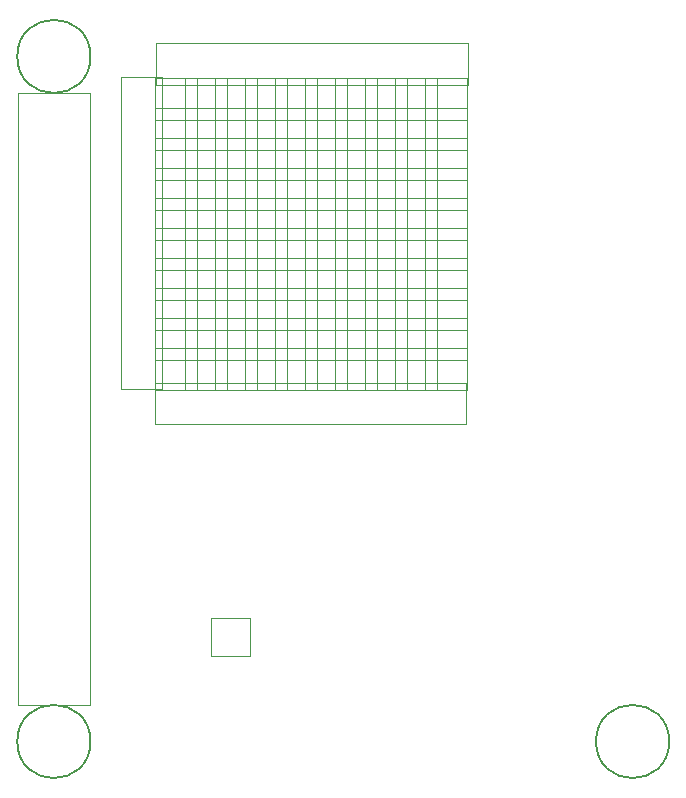
<source format=gbr>
G04 #@! TF.FileFunction,Other,User*
%FSLAX46Y46*%
G04 Gerber Fmt 4.6, Leading zero omitted, Abs format (unit mm)*
G04 Created by KiCad (PCBNEW 4.0.2-1.fc23-product) date Mon 23 May 2016 18:37:12 BST*
%MOMM*%
G01*
G04 APERTURE LIST*
%ADD10C,0.100000*%
%ADD11C,0.050000*%
%ADD12C,0.150000*%
G04 APERTURE END LIST*
D10*
D11*
X103010000Y-100810000D02*
X103010000Y-104310000D01*
X106510000Y-100810000D02*
X106510000Y-104310000D01*
X103010000Y-100810000D02*
X106510000Y-100810000D01*
X103010000Y-104310000D02*
X106510000Y-104310000D01*
X100470000Y-100810000D02*
X100470000Y-104310000D01*
X103970000Y-100810000D02*
X103970000Y-104310000D01*
X100470000Y-100810000D02*
X103970000Y-100810000D01*
X100470000Y-104310000D02*
X103970000Y-104310000D01*
X97930000Y-100810000D02*
X97930000Y-104310000D01*
X101430000Y-100810000D02*
X101430000Y-104310000D01*
X97930000Y-100810000D02*
X101430000Y-100810000D01*
X97930000Y-104310000D02*
X101430000Y-104310000D01*
X95390000Y-100810000D02*
X95390000Y-104310000D01*
X98890000Y-100810000D02*
X98890000Y-104310000D01*
X95390000Y-100810000D02*
X98890000Y-100810000D01*
X95390000Y-104310000D02*
X98890000Y-104310000D01*
X92850000Y-100810000D02*
X92850000Y-104310000D01*
X96350000Y-100810000D02*
X96350000Y-104310000D01*
X92850000Y-100810000D02*
X96350000Y-100810000D01*
X92850000Y-104310000D02*
X96350000Y-104310000D01*
X90310000Y-100810000D02*
X90310000Y-104310000D01*
X93810000Y-100810000D02*
X93810000Y-104310000D01*
X90310000Y-100810000D02*
X93810000Y-100810000D01*
X90310000Y-104310000D02*
X93810000Y-104310000D01*
X87770000Y-100810000D02*
X87770000Y-104310000D01*
X91270000Y-100810000D02*
X91270000Y-104310000D01*
X87770000Y-100810000D02*
X91270000Y-100810000D01*
X87770000Y-104310000D02*
X91270000Y-104310000D01*
X85230000Y-100810000D02*
X85230000Y-104310000D01*
X88730000Y-100810000D02*
X88730000Y-104310000D01*
X85230000Y-100810000D02*
X88730000Y-100810000D01*
X85230000Y-104310000D02*
X88730000Y-104310000D01*
X82690000Y-100810000D02*
X82690000Y-104310000D01*
X86190000Y-100810000D02*
X86190000Y-104310000D01*
X82690000Y-100810000D02*
X86190000Y-100810000D01*
X82690000Y-104310000D02*
X86190000Y-104310000D01*
X80150000Y-100810000D02*
X80150000Y-104310000D01*
X83650000Y-100810000D02*
X83650000Y-104310000D01*
X80150000Y-100810000D02*
X83650000Y-100810000D01*
X80150000Y-104310000D02*
X83650000Y-104310000D01*
X103010000Y-98270000D02*
X103010000Y-101770000D01*
X106510000Y-98270000D02*
X106510000Y-101770000D01*
X103010000Y-98270000D02*
X106510000Y-98270000D01*
X103010000Y-101770000D02*
X106510000Y-101770000D01*
X100470000Y-98270000D02*
X100470000Y-101770000D01*
X103970000Y-98270000D02*
X103970000Y-101770000D01*
X100470000Y-98270000D02*
X103970000Y-98270000D01*
X100470000Y-101770000D02*
X103970000Y-101770000D01*
X97930000Y-98270000D02*
X97930000Y-101770000D01*
X101430000Y-98270000D02*
X101430000Y-101770000D01*
X97930000Y-98270000D02*
X101430000Y-98270000D01*
X97930000Y-101770000D02*
X101430000Y-101770000D01*
X95390000Y-98270000D02*
X95390000Y-101770000D01*
X98890000Y-98270000D02*
X98890000Y-101770000D01*
X95390000Y-98270000D02*
X98890000Y-98270000D01*
X95390000Y-101770000D02*
X98890000Y-101770000D01*
X92850000Y-98270000D02*
X92850000Y-101770000D01*
X96350000Y-98270000D02*
X96350000Y-101770000D01*
X92850000Y-98270000D02*
X96350000Y-98270000D01*
X92850000Y-101770000D02*
X96350000Y-101770000D01*
X90310000Y-98270000D02*
X90310000Y-101770000D01*
X93810000Y-98270000D02*
X93810000Y-101770000D01*
X90310000Y-98270000D02*
X93810000Y-98270000D01*
X90310000Y-101770000D02*
X93810000Y-101770000D01*
X87770000Y-98270000D02*
X87770000Y-101770000D01*
X91270000Y-98270000D02*
X91270000Y-101770000D01*
X87770000Y-98270000D02*
X91270000Y-98270000D01*
X87770000Y-101770000D02*
X91270000Y-101770000D01*
X85230000Y-98270000D02*
X85230000Y-101770000D01*
X88730000Y-98270000D02*
X88730000Y-101770000D01*
X85230000Y-98270000D02*
X88730000Y-98270000D01*
X85230000Y-101770000D02*
X88730000Y-101770000D01*
X82690000Y-98270000D02*
X82690000Y-101770000D01*
X86190000Y-98270000D02*
X86190000Y-101770000D01*
X82690000Y-98270000D02*
X86190000Y-98270000D01*
X82690000Y-101770000D02*
X86190000Y-101770000D01*
X80150000Y-98270000D02*
X80150000Y-101770000D01*
X83650000Y-98270000D02*
X83650000Y-101770000D01*
X80150000Y-98270000D02*
X83650000Y-98270000D01*
X80150000Y-101770000D02*
X83650000Y-101770000D01*
X103010000Y-95730000D02*
X103010000Y-99230000D01*
X106510000Y-95730000D02*
X106510000Y-99230000D01*
X103010000Y-95730000D02*
X106510000Y-95730000D01*
X103010000Y-99230000D02*
X106510000Y-99230000D01*
X100470000Y-95730000D02*
X100470000Y-99230000D01*
X103970000Y-95730000D02*
X103970000Y-99230000D01*
X100470000Y-95730000D02*
X103970000Y-95730000D01*
X100470000Y-99230000D02*
X103970000Y-99230000D01*
X97930000Y-95730000D02*
X97930000Y-99230000D01*
X101430000Y-95730000D02*
X101430000Y-99230000D01*
X97930000Y-95730000D02*
X101430000Y-95730000D01*
X97930000Y-99230000D02*
X101430000Y-99230000D01*
X95390000Y-95730000D02*
X95390000Y-99230000D01*
X98890000Y-95730000D02*
X98890000Y-99230000D01*
X95390000Y-95730000D02*
X98890000Y-95730000D01*
X95390000Y-99230000D02*
X98890000Y-99230000D01*
X92850000Y-95730000D02*
X92850000Y-99230000D01*
X96350000Y-95730000D02*
X96350000Y-99230000D01*
X92850000Y-95730000D02*
X96350000Y-95730000D01*
X92850000Y-99230000D02*
X96350000Y-99230000D01*
X90310000Y-95730000D02*
X90310000Y-99230000D01*
X93810000Y-95730000D02*
X93810000Y-99230000D01*
X90310000Y-95730000D02*
X93810000Y-95730000D01*
X90310000Y-99230000D02*
X93810000Y-99230000D01*
X87770000Y-95730000D02*
X87770000Y-99230000D01*
X91270000Y-95730000D02*
X91270000Y-99230000D01*
X87770000Y-95730000D02*
X91270000Y-95730000D01*
X87770000Y-99230000D02*
X91270000Y-99230000D01*
X85230000Y-95730000D02*
X85230000Y-99230000D01*
X88730000Y-95730000D02*
X88730000Y-99230000D01*
X85230000Y-95730000D02*
X88730000Y-95730000D01*
X85230000Y-99230000D02*
X88730000Y-99230000D01*
X82690000Y-95730000D02*
X82690000Y-99230000D01*
X86190000Y-95730000D02*
X86190000Y-99230000D01*
X82690000Y-95730000D02*
X86190000Y-95730000D01*
X82690000Y-99230000D02*
X86190000Y-99230000D01*
X80150000Y-95730000D02*
X80150000Y-99230000D01*
X83650000Y-95730000D02*
X83650000Y-99230000D01*
X80150000Y-95730000D02*
X83650000Y-95730000D01*
X80150000Y-99230000D02*
X83650000Y-99230000D01*
X103010000Y-93190000D02*
X103010000Y-96690000D01*
X106510000Y-93190000D02*
X106510000Y-96690000D01*
X103010000Y-93190000D02*
X106510000Y-93190000D01*
X103010000Y-96690000D02*
X106510000Y-96690000D01*
X100470000Y-93190000D02*
X100470000Y-96690000D01*
X103970000Y-93190000D02*
X103970000Y-96690000D01*
X100470000Y-93190000D02*
X103970000Y-93190000D01*
X100470000Y-96690000D02*
X103970000Y-96690000D01*
X97930000Y-93190000D02*
X97930000Y-96690000D01*
X101430000Y-93190000D02*
X101430000Y-96690000D01*
X97930000Y-93190000D02*
X101430000Y-93190000D01*
X97930000Y-96690000D02*
X101430000Y-96690000D01*
X95390000Y-93190000D02*
X95390000Y-96690000D01*
X98890000Y-93190000D02*
X98890000Y-96690000D01*
X95390000Y-93190000D02*
X98890000Y-93190000D01*
X95390000Y-96690000D02*
X98890000Y-96690000D01*
X92850000Y-93190000D02*
X92850000Y-96690000D01*
X96350000Y-93190000D02*
X96350000Y-96690000D01*
X92850000Y-93190000D02*
X96350000Y-93190000D01*
X92850000Y-96690000D02*
X96350000Y-96690000D01*
X90310000Y-93190000D02*
X90310000Y-96690000D01*
X93810000Y-93190000D02*
X93810000Y-96690000D01*
X90310000Y-93190000D02*
X93810000Y-93190000D01*
X90310000Y-96690000D02*
X93810000Y-96690000D01*
X87770000Y-93190000D02*
X87770000Y-96690000D01*
X91270000Y-93190000D02*
X91270000Y-96690000D01*
X87770000Y-93190000D02*
X91270000Y-93190000D01*
X87770000Y-96690000D02*
X91270000Y-96690000D01*
X85230000Y-93190000D02*
X85230000Y-96690000D01*
X88730000Y-93190000D02*
X88730000Y-96690000D01*
X85230000Y-93190000D02*
X88730000Y-93190000D01*
X85230000Y-96690000D02*
X88730000Y-96690000D01*
X82690000Y-93190000D02*
X82690000Y-96690000D01*
X86190000Y-93190000D02*
X86190000Y-96690000D01*
X82690000Y-93190000D02*
X86190000Y-93190000D01*
X82690000Y-96690000D02*
X86190000Y-96690000D01*
X80150000Y-93190000D02*
X80150000Y-96690000D01*
X83650000Y-93190000D02*
X83650000Y-96690000D01*
X80150000Y-93190000D02*
X83650000Y-93190000D01*
X80150000Y-96690000D02*
X83650000Y-96690000D01*
X103010000Y-90650000D02*
X103010000Y-94150000D01*
X106510000Y-90650000D02*
X106510000Y-94150000D01*
X103010000Y-90650000D02*
X106510000Y-90650000D01*
X103010000Y-94150000D02*
X106510000Y-94150000D01*
X100470000Y-90650000D02*
X100470000Y-94150000D01*
X103970000Y-90650000D02*
X103970000Y-94150000D01*
X100470000Y-90650000D02*
X103970000Y-90650000D01*
X100470000Y-94150000D02*
X103970000Y-94150000D01*
X97930000Y-90650000D02*
X97930000Y-94150000D01*
X101430000Y-90650000D02*
X101430000Y-94150000D01*
X97930000Y-90650000D02*
X101430000Y-90650000D01*
X97930000Y-94150000D02*
X101430000Y-94150000D01*
X95390000Y-90650000D02*
X95390000Y-94150000D01*
X98890000Y-90650000D02*
X98890000Y-94150000D01*
X95390000Y-90650000D02*
X98890000Y-90650000D01*
X95390000Y-94150000D02*
X98890000Y-94150000D01*
X92850000Y-90650000D02*
X92850000Y-94150000D01*
X96350000Y-90650000D02*
X96350000Y-94150000D01*
X92850000Y-90650000D02*
X96350000Y-90650000D01*
X92850000Y-94150000D02*
X96350000Y-94150000D01*
X90310000Y-90650000D02*
X90310000Y-94150000D01*
X93810000Y-90650000D02*
X93810000Y-94150000D01*
X90310000Y-90650000D02*
X93810000Y-90650000D01*
X90310000Y-94150000D02*
X93810000Y-94150000D01*
X87770000Y-90650000D02*
X87770000Y-94150000D01*
X91270000Y-90650000D02*
X91270000Y-94150000D01*
X87770000Y-90650000D02*
X91270000Y-90650000D01*
X87770000Y-94150000D02*
X91270000Y-94150000D01*
X85230000Y-90650000D02*
X85230000Y-94150000D01*
X88730000Y-90650000D02*
X88730000Y-94150000D01*
X85230000Y-90650000D02*
X88730000Y-90650000D01*
X85230000Y-94150000D02*
X88730000Y-94150000D01*
X82690000Y-90650000D02*
X82690000Y-94150000D01*
X86190000Y-90650000D02*
X86190000Y-94150000D01*
X82690000Y-90650000D02*
X86190000Y-90650000D01*
X82690000Y-94150000D02*
X86190000Y-94150000D01*
X80150000Y-90650000D02*
X80150000Y-94150000D01*
X83650000Y-90650000D02*
X83650000Y-94150000D01*
X80150000Y-90650000D02*
X83650000Y-90650000D01*
X80150000Y-94150000D02*
X83650000Y-94150000D01*
X103010000Y-88110000D02*
X103010000Y-91610000D01*
X106510000Y-88110000D02*
X106510000Y-91610000D01*
X103010000Y-88110000D02*
X106510000Y-88110000D01*
X103010000Y-91610000D02*
X106510000Y-91610000D01*
X100470000Y-88110000D02*
X100470000Y-91610000D01*
X103970000Y-88110000D02*
X103970000Y-91610000D01*
X100470000Y-88110000D02*
X103970000Y-88110000D01*
X100470000Y-91610000D02*
X103970000Y-91610000D01*
X97930000Y-88110000D02*
X97930000Y-91610000D01*
X101430000Y-88110000D02*
X101430000Y-91610000D01*
X97930000Y-88110000D02*
X101430000Y-88110000D01*
X97930000Y-91610000D02*
X101430000Y-91610000D01*
X95390000Y-88110000D02*
X95390000Y-91610000D01*
X98890000Y-88110000D02*
X98890000Y-91610000D01*
X95390000Y-88110000D02*
X98890000Y-88110000D01*
X95390000Y-91610000D02*
X98890000Y-91610000D01*
X92850000Y-88110000D02*
X92850000Y-91610000D01*
X96350000Y-88110000D02*
X96350000Y-91610000D01*
X92850000Y-88110000D02*
X96350000Y-88110000D01*
X92850000Y-91610000D02*
X96350000Y-91610000D01*
X90310000Y-88110000D02*
X90310000Y-91610000D01*
X93810000Y-88110000D02*
X93810000Y-91610000D01*
X90310000Y-88110000D02*
X93810000Y-88110000D01*
X90310000Y-91610000D02*
X93810000Y-91610000D01*
X87770000Y-88110000D02*
X87770000Y-91610000D01*
X91270000Y-88110000D02*
X91270000Y-91610000D01*
X87770000Y-88110000D02*
X91270000Y-88110000D01*
X87770000Y-91610000D02*
X91270000Y-91610000D01*
X85230000Y-88110000D02*
X85230000Y-91610000D01*
X88730000Y-88110000D02*
X88730000Y-91610000D01*
X85230000Y-88110000D02*
X88730000Y-88110000D01*
X85230000Y-91610000D02*
X88730000Y-91610000D01*
X82690000Y-88110000D02*
X82690000Y-91610000D01*
X86190000Y-88110000D02*
X86190000Y-91610000D01*
X82690000Y-88110000D02*
X86190000Y-88110000D01*
X82690000Y-91610000D02*
X86190000Y-91610000D01*
X80150000Y-88110000D02*
X80150000Y-91610000D01*
X83650000Y-88110000D02*
X83650000Y-91610000D01*
X80150000Y-88110000D02*
X83650000Y-88110000D01*
X80150000Y-91610000D02*
X83650000Y-91610000D01*
X103010000Y-85570000D02*
X103010000Y-89070000D01*
X106510000Y-85570000D02*
X106510000Y-89070000D01*
X103010000Y-85570000D02*
X106510000Y-85570000D01*
X103010000Y-89070000D02*
X106510000Y-89070000D01*
X100470000Y-85570000D02*
X100470000Y-89070000D01*
X103970000Y-85570000D02*
X103970000Y-89070000D01*
X100470000Y-85570000D02*
X103970000Y-85570000D01*
X100470000Y-89070000D02*
X103970000Y-89070000D01*
X97930000Y-85570000D02*
X97930000Y-89070000D01*
X101430000Y-85570000D02*
X101430000Y-89070000D01*
X97930000Y-85570000D02*
X101430000Y-85570000D01*
X97930000Y-89070000D02*
X101430000Y-89070000D01*
X95390000Y-85570000D02*
X95390000Y-89070000D01*
X98890000Y-85570000D02*
X98890000Y-89070000D01*
X95390000Y-85570000D02*
X98890000Y-85570000D01*
X95390000Y-89070000D02*
X98890000Y-89070000D01*
X92850000Y-85570000D02*
X92850000Y-89070000D01*
X96350000Y-85570000D02*
X96350000Y-89070000D01*
X92850000Y-85570000D02*
X96350000Y-85570000D01*
X92850000Y-89070000D02*
X96350000Y-89070000D01*
X90310000Y-85570000D02*
X90310000Y-89070000D01*
X93810000Y-85570000D02*
X93810000Y-89070000D01*
X90310000Y-85570000D02*
X93810000Y-85570000D01*
X90310000Y-89070000D02*
X93810000Y-89070000D01*
X87770000Y-85570000D02*
X87770000Y-89070000D01*
X91270000Y-85570000D02*
X91270000Y-89070000D01*
X87770000Y-85570000D02*
X91270000Y-85570000D01*
X87770000Y-89070000D02*
X91270000Y-89070000D01*
X85230000Y-85570000D02*
X85230000Y-89070000D01*
X88730000Y-85570000D02*
X88730000Y-89070000D01*
X85230000Y-85570000D02*
X88730000Y-85570000D01*
X85230000Y-89070000D02*
X88730000Y-89070000D01*
X82690000Y-85570000D02*
X82690000Y-89070000D01*
X86190000Y-85570000D02*
X86190000Y-89070000D01*
X82690000Y-85570000D02*
X86190000Y-85570000D01*
X82690000Y-89070000D02*
X86190000Y-89070000D01*
X80150000Y-85570000D02*
X80150000Y-89070000D01*
X83650000Y-85570000D02*
X83650000Y-89070000D01*
X80150000Y-85570000D02*
X83650000Y-85570000D01*
X80150000Y-89070000D02*
X83650000Y-89070000D01*
X103010000Y-83030000D02*
X103010000Y-86530000D01*
X106510000Y-83030000D02*
X106510000Y-86530000D01*
X103010000Y-83030000D02*
X106510000Y-83030000D01*
X103010000Y-86530000D02*
X106510000Y-86530000D01*
X100470000Y-83030000D02*
X100470000Y-86530000D01*
X103970000Y-83030000D02*
X103970000Y-86530000D01*
X100470000Y-83030000D02*
X103970000Y-83030000D01*
X100470000Y-86530000D02*
X103970000Y-86530000D01*
X97930000Y-83030000D02*
X97930000Y-86530000D01*
X101430000Y-83030000D02*
X101430000Y-86530000D01*
X97930000Y-83030000D02*
X101430000Y-83030000D01*
X97930000Y-86530000D02*
X101430000Y-86530000D01*
X95390000Y-83030000D02*
X95390000Y-86530000D01*
X98890000Y-83030000D02*
X98890000Y-86530000D01*
X95390000Y-83030000D02*
X98890000Y-83030000D01*
X95390000Y-86530000D02*
X98890000Y-86530000D01*
X92850000Y-83030000D02*
X92850000Y-86530000D01*
X96350000Y-83030000D02*
X96350000Y-86530000D01*
X92850000Y-83030000D02*
X96350000Y-83030000D01*
X92850000Y-86530000D02*
X96350000Y-86530000D01*
X90310000Y-83030000D02*
X90310000Y-86530000D01*
X93810000Y-83030000D02*
X93810000Y-86530000D01*
X90310000Y-83030000D02*
X93810000Y-83030000D01*
X90310000Y-86530000D02*
X93810000Y-86530000D01*
X87770000Y-83030000D02*
X87770000Y-86530000D01*
X91270000Y-83030000D02*
X91270000Y-86530000D01*
X87770000Y-83030000D02*
X91270000Y-83030000D01*
X87770000Y-86530000D02*
X91270000Y-86530000D01*
X85230000Y-83030000D02*
X85230000Y-86530000D01*
X88730000Y-83030000D02*
X88730000Y-86530000D01*
X85230000Y-83030000D02*
X88730000Y-83030000D01*
X85230000Y-86530000D02*
X88730000Y-86530000D01*
X82690000Y-83030000D02*
X82690000Y-86530000D01*
X86190000Y-83030000D02*
X86190000Y-86530000D01*
X82690000Y-83030000D02*
X86190000Y-83030000D01*
X82690000Y-86530000D02*
X86190000Y-86530000D01*
X80150000Y-83030000D02*
X80150000Y-86530000D01*
X83650000Y-83030000D02*
X83650000Y-86530000D01*
X80150000Y-83030000D02*
X83650000Y-83030000D01*
X80150000Y-86530000D02*
X83650000Y-86530000D01*
X103010000Y-80490000D02*
X103010000Y-83990000D01*
X106510000Y-80490000D02*
X106510000Y-83990000D01*
X103010000Y-80490000D02*
X106510000Y-80490000D01*
X103010000Y-83990000D02*
X106510000Y-83990000D01*
X100470000Y-80490000D02*
X100470000Y-83990000D01*
X103970000Y-80490000D02*
X103970000Y-83990000D01*
X100470000Y-80490000D02*
X103970000Y-80490000D01*
X100470000Y-83990000D02*
X103970000Y-83990000D01*
X97930000Y-80490000D02*
X97930000Y-83990000D01*
X101430000Y-80490000D02*
X101430000Y-83990000D01*
X97930000Y-80490000D02*
X101430000Y-80490000D01*
X97930000Y-83990000D02*
X101430000Y-83990000D01*
X95390000Y-80490000D02*
X95390000Y-83990000D01*
X98890000Y-80490000D02*
X98890000Y-83990000D01*
X95390000Y-80490000D02*
X98890000Y-80490000D01*
X95390000Y-83990000D02*
X98890000Y-83990000D01*
X92850000Y-80490000D02*
X92850000Y-83990000D01*
X96350000Y-80490000D02*
X96350000Y-83990000D01*
X92850000Y-80490000D02*
X96350000Y-80490000D01*
X92850000Y-83990000D02*
X96350000Y-83990000D01*
X90310000Y-80490000D02*
X90310000Y-83990000D01*
X93810000Y-80490000D02*
X93810000Y-83990000D01*
X90310000Y-80490000D02*
X93810000Y-80490000D01*
X90310000Y-83990000D02*
X93810000Y-83990000D01*
X87770000Y-80490000D02*
X87770000Y-83990000D01*
X91270000Y-80490000D02*
X91270000Y-83990000D01*
X87770000Y-80490000D02*
X91270000Y-80490000D01*
X87770000Y-83990000D02*
X91270000Y-83990000D01*
X85230000Y-80490000D02*
X85230000Y-83990000D01*
X88730000Y-80490000D02*
X88730000Y-83990000D01*
X85230000Y-80490000D02*
X88730000Y-80490000D01*
X85230000Y-83990000D02*
X88730000Y-83990000D01*
X82690000Y-80490000D02*
X82690000Y-83990000D01*
X86190000Y-80490000D02*
X86190000Y-83990000D01*
X82690000Y-80490000D02*
X86190000Y-80490000D01*
X82690000Y-83990000D02*
X86190000Y-83990000D01*
X80150000Y-80490000D02*
X80150000Y-83990000D01*
X83650000Y-80490000D02*
X83650000Y-83990000D01*
X80150000Y-80490000D02*
X83650000Y-80490000D01*
X80150000Y-83990000D02*
X83650000Y-83990000D01*
X103010000Y-77950000D02*
X103010000Y-81450000D01*
X106510000Y-77950000D02*
X106510000Y-81450000D01*
X103010000Y-77950000D02*
X106510000Y-77950000D01*
X103010000Y-81450000D02*
X106510000Y-81450000D01*
X100470000Y-77950000D02*
X100470000Y-81450000D01*
X103970000Y-77950000D02*
X103970000Y-81450000D01*
X100470000Y-77950000D02*
X103970000Y-77950000D01*
X100470000Y-81450000D02*
X103970000Y-81450000D01*
X97930000Y-77950000D02*
X97930000Y-81450000D01*
X101430000Y-77950000D02*
X101430000Y-81450000D01*
X97930000Y-77950000D02*
X101430000Y-77950000D01*
X97930000Y-81450000D02*
X101430000Y-81450000D01*
X95390000Y-77950000D02*
X95390000Y-81450000D01*
X98890000Y-77950000D02*
X98890000Y-81450000D01*
X95390000Y-77950000D02*
X98890000Y-77950000D01*
X95390000Y-81450000D02*
X98890000Y-81450000D01*
X92850000Y-77950000D02*
X92850000Y-81450000D01*
X96350000Y-77950000D02*
X96350000Y-81450000D01*
X92850000Y-77950000D02*
X96350000Y-77950000D01*
X92850000Y-81450000D02*
X96350000Y-81450000D01*
X90310000Y-77950000D02*
X90310000Y-81450000D01*
X93810000Y-77950000D02*
X93810000Y-81450000D01*
X90310000Y-77950000D02*
X93810000Y-77950000D01*
X90310000Y-81450000D02*
X93810000Y-81450000D01*
X87770000Y-77950000D02*
X87770000Y-81450000D01*
X91270000Y-77950000D02*
X91270000Y-81450000D01*
X87770000Y-77950000D02*
X91270000Y-77950000D01*
X87770000Y-81450000D02*
X91270000Y-81450000D01*
X85230000Y-77950000D02*
X85230000Y-81450000D01*
X88730000Y-77950000D02*
X88730000Y-81450000D01*
X85230000Y-77950000D02*
X88730000Y-77950000D01*
X85230000Y-81450000D02*
X88730000Y-81450000D01*
X82690000Y-77950000D02*
X82690000Y-81450000D01*
X86190000Y-77950000D02*
X86190000Y-81450000D01*
X82690000Y-77950000D02*
X86190000Y-77950000D01*
X82690000Y-81450000D02*
X86190000Y-81450000D01*
X80250000Y-78500000D02*
X106650000Y-78500000D01*
X80250000Y-75000000D02*
X106650000Y-75000000D01*
X80250000Y-78500000D02*
X80250000Y-75000000D01*
X106650000Y-78500000D02*
X106650000Y-75000000D01*
X80750000Y-104250000D02*
X80750000Y-77850000D01*
X77250000Y-104250000D02*
X77250000Y-77850000D01*
X80750000Y-104250000D02*
X77250000Y-104250000D01*
X80750000Y-77850000D02*
X77250000Y-77850000D01*
D12*
X74670000Y-76100000D02*
G75*
G03X74670000Y-76100000I-3100000J0D01*
G01*
X123670000Y-134100000D02*
G75*
G03X123670000Y-134100000I-3100000J0D01*
G01*
D11*
X74590000Y-130980000D02*
X74590000Y-79180000D01*
X68540000Y-130980000D02*
X68540000Y-79180000D01*
X74590000Y-130980000D02*
X68540000Y-130980000D01*
X74590000Y-79180000D02*
X68540000Y-79180000D01*
D12*
X74670000Y-134100000D02*
G75*
G03X74670000Y-134100000I-3100000J0D01*
G01*
D11*
X88150000Y-126850000D02*
X84850000Y-126850000D01*
X84850000Y-126850000D02*
X84850000Y-123650000D01*
X84850000Y-123650000D02*
X88150000Y-123650000D01*
X88150000Y-123650000D02*
X88150000Y-126850000D01*
X106500000Y-103750000D02*
X80100000Y-103750000D01*
X106500000Y-107250000D02*
X80100000Y-107250000D01*
X106500000Y-103750000D02*
X106500000Y-107250000D01*
X80100000Y-103750000D02*
X80100000Y-107250000D01*
X80150000Y-77950000D02*
X80150000Y-81450000D01*
X83650000Y-77950000D02*
X83650000Y-81450000D01*
X80150000Y-77950000D02*
X83650000Y-77950000D01*
X80150000Y-81450000D02*
X83650000Y-81450000D01*
M02*

</source>
